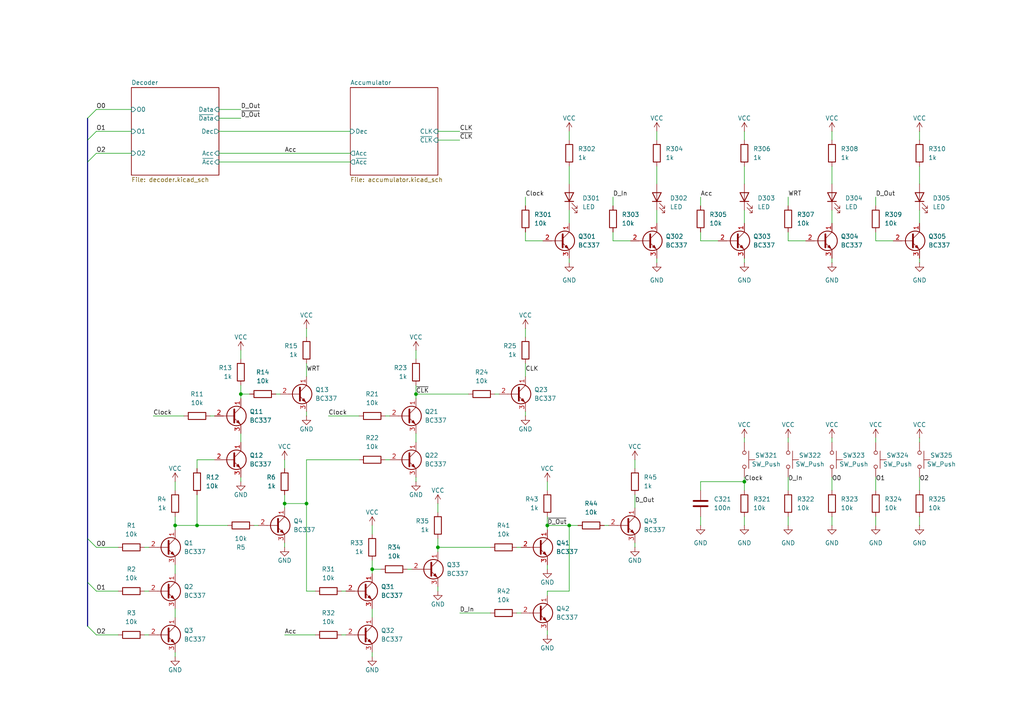
<source format=kicad_sch>
(kicad_sch (version 20250114) (generator "eeschema") (generator_version "9.0")
  (paper "A4")
  (lib_symbols
    (symbol "Device:C" (pin_numbers (hide yes)) (pin_names (offset 0.254))
      (property "Reference" "C" (at 0.635 2.54 0))
      (property "Value" "C" (at 0.635 -2.54 0))
      (symbol "C_0_1"
        (polyline (pts (xy -2.032 0.762) (xy 2.032 0.762)) (stroke (width 0.508)))
        (polyline (pts (xy -2.032 -0.762) (xy 2.032 -0.762)) (stroke (width 0.508)))
      )
      (symbol "C_1_1"
        (pin passive line (at 0 3.81 270) (length 2.794) (name "~") (number "1"))
        (pin passive line (at 0 -3.81 90) (length 2.794) (name "~") (number "2"))
      )
    )
    (symbol "Device:LED" (pin_numbers (hide yes)) (pin_names (offset 1.016) (hide yes))
      (property "Reference" "D" (at 0 2.54 0))
      (property "Value" "LED" (at 0 -2.54 0))
      (symbol "LED_0_1"
        (polyline (pts (xy -3.048 -0.762) (xy -4.572 -2.286) (xy -3.81 -2.286) (xy -4.572 -2.286) (xy -4.572 -1.524)))
        (polyline (pts (xy -1.778 -0.762) (xy -3.302 -2.286) (xy -2.54 -2.286) (xy -3.302 -2.286) (xy -3.302 -1.524)))
        (polyline (pts (xy -1.27 0) (xy 1.27 0)))
        (polyline (pts (xy -1.27 -1.27) (xy -1.27 1.27)) (stroke (width 0.254)))
        (polyline (pts (xy 1.27 -1.27) (xy 1.27 1.27) (xy -1.27 0) (xy 1.27 -1.27)) (stroke (width 0.254)))
      )
      (symbol "LED_1_1"
        (pin passive line (at -3.81 0 0) (length 2.54) (name "K") (number "1"))
        (pin passive line (at 3.81 0 180) (length 2.54) (name "A") (number "2"))
      )
    )
    (symbol "Device:R" (pin_numbers (hide yes)) (pin_names (offset 0))
      (property "Reference" "R" (at 2.032 0 90))
      (property "Value" "R" (at 0 0 90))
      (symbol "R_0_1"
        (rectangle (start -1.016 -2.54) (end 1.016 2.54) (stroke (width 0.254)))
      )
      (symbol "R_1_1"
        (pin passive line (at 0 3.81 270) (length 1.27) (name "~") (number "1"))
        (pin passive line (at 0 -3.81 90) (length 1.27) (name "~") (number "2"))
      )
    )
    (symbol "Switch:SW_Push" (pin_numbers (hide yes)) (pin_names (offset 1.016) (hide yes))
      (property "Reference" "SW" (at 1.27 2.54 0))
      (property "Value" "SW_Push" (at 0 -1.524 0))
      (symbol "SW_Push_0_1"
        (circle (center -2.032 0) (radius 0.508))
        (polyline (pts (xy 0 1.27) (xy 0 3.048)))
        (circle (center 2.032 0) (radius 0.508))
        (polyline (pts (xy 2.54 1.27) (xy -2.54 1.27)))
        (pin passive line (at -5.08 0 0) (length 2.54) (name "1") (number "1"))
        (pin passive line (at 5.08 0 180) (length 2.54) (name "2") (number "2"))
      )
    )
    (symbol "Transistor_BJT:BC337" (pin_names (offset 0) (hide yes))
      (property "Reference" "Q" (at 5.08 1.905 0))
      (property "Value" "BC337" (at 5.08 0 0))
      (symbol "BC337_0_1"
        (polyline (pts (xy -2.54 0) (xy 0.635 0)))
        (polyline (pts (xy 0.635 1.905) (xy 0.635 -1.905)) (stroke (width 0.508)))
        (circle (center 1.27 0) (radius 2.8194) (stroke (width 0.254)))
      )
      (symbol "BC337_1_1"
        (polyline (pts (xy 0.635 0.635) (xy 2.54 2.54)))
        (polyline (pts (xy 0.635 -0.635) (xy 2.54 -2.54)))
        (polyline (pts (xy 1.27 -1.778) (xy 1.778 -1.27) (xy 2.286 -2.286) (xy 1.27 -1.778)) (fill (type outline)))
        (pin input line (at -5.08 0 0) (length 2.54) (name "B") (number "2"))
        (pin passive line (at 2.54 5.08 270) (length 2.54) (name "C") (number "1"))
        (pin passive line (at 2.54 -5.08 90) (length 2.54) (name "E") (number "3"))
      )
    )
    (symbol "power:GND" (power) (pin_numbers (hide yes)) (pin_names (offset 0) (hide yes))
      (property "Value" "GND" (at 0 -3.81 0))
      (symbol "GND_0_1"
        (polyline (pts (xy 0 0) (xy 0 -1.27) (xy 1.27 -1.27) (xy 0 -2.54) (xy -1.27 -1.27) (xy 0 -1.27)))
      )
      (symbol "GND_1_1"
        (pin power_in line (at 0 0 270) (length 0) (name "~") (number "1"))
      )
    )
    (symbol "power:VCC" (power) (pin_numbers (hide yes)) (pin_names (offset 0) (hide yes))
      (property "Value" "VCC" (at 0 3.556 0))
      (symbol "VCC_0_1"
        (polyline (pts (xy -0.762 1.27) (xy 0 2.54)))
        (polyline (pts (xy 0 2.54) (xy 0.762 1.27)))
        (polyline (pts (xy 0 0) (xy 0 2.54)))
      )
      (symbol "VCC_1_1"
        (pin power_in line (at 0 0 90) (length 0) (name "~") (number "1"))
      )
    )
  )
  (junction (at 107.95 165.1))
  (junction (at 158.75 152.4))
  (junction (at 127 158.75))
  (junction (at 82.55 146.05))
  (junction (at 165.1 152.4))
  (junction (at 120.65 114.3))
  (junction (at 57.15 152.4))
  (junction (at 69.85 114.3))
  (junction (at 88.9 146.05))
  (junction (at 50.8 152.4))
  (junction (at 215.9 139.7))
  (bus_entry (at 27.94 158.75) (size -2.54 -2.54))
  (bus_entry (at 27.94 31.75) (size -2.54 2.54))
  (bus_entry (at 27.94 171.45) (size -2.54 -2.54))
  (bus_entry (at 27.94 38.1) (size -2.54 2.54))
  (bus_entry (at 27.94 44.45) (size -2.54 2.54))
  (bus_entry (at 27.94 184.15) (size -2.54 -2.54))
  (wire (pts (xy 118.11 165.1) (xy 119.38 165.1)))
  (wire (pts (xy 215.9 60.96) (xy 215.9 64.77)))
  (wire (pts (xy 215.9 139.7) (xy 215.9 142.24)))
  (wire (pts (xy 241.3 127) (xy 241.3 128.27)))
  (wire (pts (xy 184.15 133.35) (xy 184.15 135.89)))
  (wire (pts (xy 27.94 38.1) (xy 38.1 38.1)))
  (wire (pts (xy 203.2 69.85) (xy 208.28 69.85)))
  (wire (pts (xy 88.9 146.05) (xy 82.55 146.05)))
  (wire (pts (xy 165.1 38.1) (xy 165.1 40.64)))
  (wire (pts (xy 27.94 184.15) (xy 34.29 184.15)))
  (wire (pts (xy 266.7 127) (xy 266.7 128.27)))
  (wire (pts (xy 233.68 69.85) (xy 228.6 69.85)))
  (wire (pts (xy 215.9 149.86) (xy 215.9 152.4)))
  (wire (pts (xy 69.85 111.76) (xy 69.85 114.3)))
  (wire (pts (xy 165.1 152.4) (xy 167.64 152.4)))
  (wire (pts (xy 120.65 125.73) (xy 120.65 128.27)))
  (wire (pts (xy 107.95 176.53) (xy 107.95 179.07)))
  (wire (pts (xy 241.3 38.1) (xy 241.3 40.64)))
  (wire (pts (xy 50.8 152.4) (xy 57.15 152.4)))
  (wire (pts (xy 254 67.31) (xy 254 69.85)))
  (wire (pts (xy 190.5 74.93) (xy 190.5 76.2)))
  (wire (pts (xy 190.5 48.26) (xy 190.5 53.34)))
  (wire (pts (xy 177.8 67.31) (xy 177.8 69.85)))
  (wire (pts (xy 184.15 143.51) (xy 184.15 147.32)))
  (wire (pts (xy 215.9 74.93) (xy 215.9 76.2)))
  (wire (pts (xy 69.85 114.3) (xy 72.39 114.3)))
  (wire (pts (xy 120.65 114.3) (xy 135.89 114.3)))
  (wire (pts (xy 107.95 165.1) (xy 110.49 165.1)))
  (wire (pts (xy 82.55 184.15) (xy 91.44 184.15)))
  (wire (pts (xy 127 158.75) (xy 127 160.02)))
  (wire (pts (xy 120.65 138.43) (xy 120.65 139.7)))
  (wire (pts (xy 57.15 152.4) (xy 66.04 152.4)))
  (bus (pts (xy 25.4 40.64) (xy 25.4 46.99)))
  (wire (pts (xy 241.3 48.26) (xy 241.3 53.34)))
  (wire (pts (xy 203.2 149.86) (xy 203.2 152.4)))
  (wire (pts (xy 41.91 171.45) (xy 43.18 171.45)))
  (wire (pts (xy 99.06 184.15) (xy 100.33 184.15)))
  (wire (pts (xy 60.96 120.65) (xy 62.23 120.65)))
  (wire (pts (xy 69.85 101.6) (xy 69.85 104.14)))
  (wire (pts (xy 88.9 95.25) (xy 88.9 97.79)))
  (wire (pts (xy 88.9 133.35) (xy 88.9 146.05)))
  (wire (pts (xy 127 158.75) (xy 142.24 158.75)))
  (wire (pts (xy 88.9 171.45) (xy 88.9 146.05)))
  (wire (pts (xy 149.86 158.75) (xy 151.13 158.75)))
  (wire (pts (xy 228.6 127) (xy 228.6 128.27)))
  (wire (pts (xy 254 149.86) (xy 254 152.4)))
  (wire (pts (xy 266.7 60.96) (xy 266.7 64.77)))
  (wire (pts (xy 215.9 38.1) (xy 215.9 40.64)))
  (wire (pts (xy 184.15 157.48) (xy 184.15 158.75)))
  (wire (pts (xy 203.2 142.24) (xy 203.2 139.7)))
  (wire (pts (xy 158.75 149.86) (xy 158.75 152.4)))
  (wire (pts (xy 57.15 143.51) (xy 57.15 152.4)))
  (wire (pts (xy 266.7 38.1) (xy 266.7 40.64)))
  (wire (pts (xy 228.6 57.15) (xy 228.6 59.69)))
  (bus (pts (xy 25.4 46.99) (xy 25.4 156.21)))
  (wire (pts (xy 27.94 171.45) (xy 34.29 171.45)))
  (wire (pts (xy 241.3 149.86) (xy 241.3 152.4)))
  (wire (pts (xy 80.01 114.3) (xy 81.28 114.3)))
  (wire (pts (xy 165.1 171.45) (xy 165.1 152.4)))
  (wire (pts (xy 266.7 138.43) (xy 266.7 142.24)))
  (wire (pts (xy 215.9 48.26) (xy 215.9 53.34)))
  (wire (pts (xy 111.76 133.35) (xy 113.03 133.35)))
  (wire (pts (xy 158.75 163.83) (xy 158.75 165.1)))
  (wire (pts (xy 152.4 95.25) (xy 152.4 97.79)))
  (wire (pts (xy 266.7 149.86) (xy 266.7 152.4)))
  (wire (pts (xy 63.5 44.45) (xy 101.6 44.45)))
  (wire (pts (xy 254 127) (xy 254 128.27)))
  (wire (pts (xy 91.44 171.45) (xy 88.9 171.45)))
  (wire (pts (xy 149.86 177.8) (xy 151.13 177.8)))
  (wire (pts (xy 190.5 38.1) (xy 190.5 40.64)))
  (wire (pts (xy 120.65 101.6) (xy 120.65 104.14)))
  (wire (pts (xy 120.65 111.76) (xy 120.65 114.3)))
  (wire (pts (xy 165.1 74.93) (xy 165.1 76.2)))
  (wire (pts (xy 157.48 69.85) (xy 152.4 69.85)))
  (wire (pts (xy 57.15 133.35) (xy 57.15 135.89)))
  (wire (pts (xy 63.5 31.75) (xy 69.85 31.75)))
  (wire (pts (xy 228.6 149.86) (xy 228.6 152.4)))
  (wire (pts (xy 133.35 177.8) (xy 142.24 177.8)))
  (wire (pts (xy 63.5 34.29) (xy 69.85 34.29)))
  (wire (pts (xy 27.94 31.75) (xy 38.1 31.75)))
  (wire (pts (xy 203.2 139.7) (xy 215.9 139.7)))
  (bus (pts (xy 25.4 156.21) (xy 25.4 168.91)))
  (wire (pts (xy 127 170.18) (xy 127 171.45)))
  (wire (pts (xy 120.65 114.3) (xy 120.65 115.57)))
  (wire (pts (xy 158.75 139.7) (xy 158.75 142.24)))
  (wire (pts (xy 215.9 128.27) (xy 215.9 127)))
  (wire (pts (xy 73.66 152.4) (xy 74.93 152.4)))
  (wire (pts (xy 175.26 152.4) (xy 176.53 152.4)))
  (wire (pts (xy 254 69.85) (xy 259.08 69.85)))
  (wire (pts (xy 203.2 67.31) (xy 203.2 69.85)))
  (wire (pts (xy 27.94 44.45) (xy 38.1 44.45)))
  (wire (pts (xy 165.1 60.96) (xy 165.1 64.77)))
  (wire (pts (xy 82.55 157.48) (xy 82.55 158.75)))
  (wire (pts (xy 57.15 133.35) (xy 62.23 133.35)))
  (wire (pts (xy 69.85 125.73) (xy 69.85 128.27)))
  (wire (pts (xy 228.6 138.43) (xy 228.6 142.24)))
  (wire (pts (xy 50.8 152.4) (xy 50.8 153.67)))
  (wire (pts (xy 241.3 74.93) (xy 241.3 76.2)))
  (wire (pts (xy 190.5 60.96) (xy 190.5 64.77)))
  (wire (pts (xy 69.85 114.3) (xy 69.85 115.57)))
  (wire (pts (xy 203.2 57.15) (xy 203.2 59.69)))
  (wire (pts (xy 63.5 38.1) (xy 101.6 38.1)))
  (wire (pts (xy 254 57.15) (xy 254 59.69)))
  (wire (pts (xy 69.85 138.43) (xy 69.85 139.7)))
  (wire (pts (xy 152.4 69.85) (xy 152.4 67.31)))
  (wire (pts (xy 165.1 48.26) (xy 165.1 53.34)))
  (wire (pts (xy 95.25 120.65) (xy 104.14 120.65)))
  (wire (pts (xy 215.9 138.43) (xy 215.9 139.7)))
  (wire (pts (xy 127 38.1) (xy 133.35 38.1)))
  (bus (pts (xy 25.4 168.91) (xy 25.4 181.61)))
  (wire (pts (xy 41.91 158.75) (xy 43.18 158.75)))
  (wire (pts (xy 177.8 69.85) (xy 182.88 69.85)))
  (wire (pts (xy 177.8 57.15) (xy 177.8 59.69)))
  (wire (pts (xy 111.76 120.65) (xy 113.03 120.65)))
  (wire (pts (xy 241.3 60.96) (xy 241.3 64.77)))
  (wire (pts (xy 99.06 171.45) (xy 100.33 171.45)))
  (wire (pts (xy 50.8 176.53) (xy 50.8 179.07)))
  (wire (pts (xy 50.8 139.7) (xy 50.8 142.24)))
  (wire (pts (xy 82.55 146.05) (xy 82.55 147.32)))
  (wire (pts (xy 50.8 149.86) (xy 50.8 152.4)))
  (wire (pts (xy 63.5 46.99) (xy 101.6 46.99)))
  (wire (pts (xy 158.75 172.72) (xy 158.75 171.45)))
  (wire (pts (xy 107.95 189.23) (xy 107.95 190.5)))
  (wire (pts (xy 228.6 69.85) (xy 228.6 67.31)))
  (wire (pts (xy 104.14 133.35) (xy 88.9 133.35)))
  (wire (pts (xy 127 40.64) (xy 133.35 40.64)))
  (wire (pts (xy 82.55 143.51) (xy 82.55 146.05)))
  (wire (pts (xy 266.7 48.26) (xy 266.7 53.34)))
  (wire (pts (xy 158.75 152.4) (xy 158.75 153.67)))
  (wire (pts (xy 82.55 133.35) (xy 82.55 135.89)))
  (wire (pts (xy 254 138.43) (xy 254 142.24)))
  (wire (pts (xy 266.7 74.93) (xy 266.7 76.2)))
  (wire (pts (xy 88.9 105.41) (xy 88.9 109.22)))
  (bus (pts (xy 25.4 34.29) (xy 25.4 40.64)))
  (wire (pts (xy 127 146.05) (xy 127 148.59)))
  (wire (pts (xy 158.75 182.88) (xy 158.75 184.15)))
  (wire (pts (xy 44.45 120.65) (xy 53.34 120.65)))
  (wire (pts (xy 152.4 119.38) (xy 152.4 120.65)))
  (wire (pts (xy 143.51 114.3) (xy 144.78 114.3)))
  (wire (pts (xy 50.8 189.23) (xy 50.8 190.5)))
  (wire (pts (xy 152.4 57.15) (xy 152.4 59.69)))
  (wire (pts (xy 107.95 152.4) (xy 107.95 154.94)))
  (wire (pts (xy 241.3 138.43) (xy 241.3 142.24)))
  (wire (pts (xy 50.8 163.83) (xy 50.8 166.37)))
  (wire (pts (xy 127 156.21) (xy 127 158.75)))
  (wire (pts (xy 107.95 165.1) (xy 107.95 166.37)))
  (wire (pts (xy 41.91 184.15) (xy 43.18 184.15)))
  (wire (pts (xy 158.75 171.45) (xy 165.1 171.45)))
  (wire (pts (xy 27.94 158.75) (xy 34.29 158.75)))
  (wire (pts (xy 88.9 119.38) (xy 88.9 120.65)))
  (wire (pts (xy 107.95 162.56) (xy 107.95 165.1)))
  (wire (pts (xy 158.75 152.4) (xy 165.1 152.4)))
  (wire (pts (xy 152.4 105.41) (xy 152.4 109.22)))
  (label "WRT" (at 88.9 107.95 0))
  (label "~{CLK}" (at 133.35 40.64 0))
  (label "D_In" (at 228.6 139.7 0))
  (label "O0" (at 241.3 139.7 0))
  (label "Clock" (at 215.9 139.7 0))
  (label "O2" (at 266.7 139.7 0))
  (label "D_Out" (at 254 57.15 0))
  (label "Acc" (at 82.55 44.45 0))
  (label "~{D_Out}" (at 158.75 152.4 0))
  (label "D_Out" (at 69.85 31.75 0))
  (label "O0" (at 27.94 31.75 0))
  (label "O1" (at 27.94 171.45 0))
  (label "Acc" (at 82.55 184.15 0))
  (label "Clock" (at 152.4 57.15 0))
  (label "O0" (at 27.94 158.75 0))
  (label "O2" (at 27.94 44.45 0))
  (label "D_In" (at 177.8 57.15 0))
  (label "~{D_Out}" (at 69.85 34.29 0))
  (label "O1" (at 254 139.7 0))
  (label "Clock" (at 95.25 120.65 0))
  (label "Clock" (at 44.45 120.65 0))
  (label "WRT" (at 228.6 57.15 0))
  (label "D_In" (at 133.35 177.8 0))
  (label "~{CLK}" (at 120.65 114.3 0))
  (label "Acc" (at 203.2 57.15 0))
  (label "D_Out" (at 184.15 146.05 0))
  (label "O1" (at 27.94 38.1 0))
  (label "CLK" (at 133.35 38.1 0))
  (label "CLK" (at 152.4 107.95 0))
  (label "O2" (at 27.94 184.15 0))
  (symbol (lib_id "Device:R") (at 82.55 139.7 0) (mirror y) (unit 1)
    (property "Reference" "R6" (at 80.01 138.4299 0) (effects (justify left)))
    (property "Value" "1k" (at 80.01 140.9699 0) (effects (justify left)))
    (property "Footprint" "Resistor_THT:R_Axial_DIN0207_L6.3mm_D2.5mm_P10.16mm_Horizontal" (effects (hide yes)))
    (property "Description" "Resistor" (effects (hide yes)))
  )
  (symbol (lib_id "Transistor_BJT:BC337") (at 124.46 165.1 0) (unit 1)
    (property "Reference" "Q33" (at 129.54 163.8299 0) (effects (justify left)))
    (property "Value" "BC337" (at 129.54 166.3699 0) (effects (justify left)))
    (property "Footprint" "Package_TO_SOT_THT:TO-92_Inline" (effects (hide yes)))
    (property "Datasheet" "https://diotec.com/tl_files/diotec/files/pdf/datasheets/bc337.pdf" (effects (hide yes)))
    (property "Description" "0.8A Ic, 45V Vce, NPN Transistor, TO-92" (effects (hide yes)))
    (property "Sim.Device" "NPN" (effects (hide yes)))
    (property "Sim.Pins" "1=C 2=B 3=E" (effects (hide yes)))
  )
  (symbol (lib_id "Device:R") (at 139.7 114.3 90) (unit 1)
    (property "Reference" "R24" (at 139.7 107.95 90))
    (property "Value" "10k" (at 139.7 110.49 90))
    (property "Footprint" "Resistor_THT:R_Axial_DIN0207_L6.3mm_D2.5mm_P10.16mm_Horizontal" (effects (hide yes)))
    (property "Description" "Resistor" (effects (hide yes)))
  )
  (symbol (lib_id "power:GND") (at 50.8 190.5 0) (unit 1)
    (property "Reference" "#PWR0112" (effects (hide yes)))
    (property "Value" "GND" (at 50.8 194.31 0))
    (property "Description" "Power symbol creates a global label with name \"GND\" , ground" (effects (hide yes)))
  )
  (symbol (lib_id "Device:R") (at 127 152.4 0) (mirror y) (unit 1)
    (property "Reference" "R35" (at 124.46 151.1299 0) (effects (justify left)))
    (property "Value" "1k" (at 124.46 153.6699 0) (effects (justify left)))
    (property "Footprint" "Resistor_THT:R_Axial_DIN0207_L6.3mm_D2.5mm_P10.16mm_Horizontal" (effects (hide yes)))
    (property "Description" "Resistor" (effects (hide yes)))
  )
  (symbol (lib_id "power:VCC") (at 50.8 139.7 0) (unit 1)
    (property "Reference" "#PWR0118" (effects (hide yes)))
    (property "Value" "VCC" (at 50.8 135.89 0))
    (property "Description" "Power symbol creates a global label with name \"VCC\"" (effects (hide yes)))
  )
  (symbol (lib_id "Transistor_BJT:BC337") (at 213.36 69.85 0) (unit 1)
    (property "Reference" "Q303" (at 218.44 68.5799 0) (effects (justify left)))
    (property "Value" "BC337" (at 218.44 71.1199 0) (effects (justify left)))
    (property "Footprint" "Package_TO_SOT_THT:TO-92_Inline" (effects (hide yes)))
    (property "Datasheet" "https://diotec.com/tl_files/diotec/files/pdf/datasheets/bc337.pdf" (effects (hide yes)))
    (property "Description" "0.8A Ic, 45V Vce, NPN Transistor, TO-92" (effects (hide yes)))
    (property "Sim.Device" "NPN" (effects (hide yes)))
    (property "Sim.Pins" "1=C 2=B 3=E" (effects (hide yes)))
  )
  (symbol (lib_id "Device:R") (at 184.15 139.7 0) (unit 1)
    (property "Reference" "R45" (at 186.69 138.4299 0) (effects (justify left)))
    (property "Value" "1k" (at 186.69 140.9699 0) (effects (justify left)))
    (property "Footprint" "Resistor_THT:R_Axial_DIN0207_L6.3mm_D2.5mm_P10.16mm_Horizontal" (effects (hide yes)))
    (property "Description" "Resistor" (effects (hide yes)))
  )
  (symbol (lib_id "Transistor_BJT:BC337") (at 80.01 152.4 0) (unit 1)
    (property "Reference" "Q4" (at 85.09 151.1299 0) (effects (justify left)))
    (property "Value" "BC337" (at 85.09 153.6699 0) (effects (justify left)))
    (property "Footprint" "Package_TO_SOT_THT:TO-92_Inline" (effects (hide yes)))
    (property "Datasheet" "https://diotec.com/tl_files/diotec/files/pdf/datasheets/bc337.pdf" (effects (hide yes)))
    (property "Description" "0.8A Ic, 45V Vce, NPN Transistor, TO-92" (effects (hide yes)))
    (property "Sim.Device" "NPN" (effects (hide yes)))
    (property "Sim.Pins" "1=C 2=B 3=E" (effects (hide yes)))
  )
  (symbol (lib_id "Device:LED") (at 241.3 57.15 90) (unit 1)
    (property "Reference" "D304" (at 245.11 57.4674 90) (effects (justify right)))
    (property "Value" "LED" (at 245.11 60.0074 90) (effects (justify right)))
    (property "Footprint" "LED_THT:LED_D5.0mm" (effects (hide yes)))
    (property "Description" "Light emitting diode" (effects (hide yes)))
    (property "Sim.Pins" "1=K 2=A" (effects (hide yes)))
  )
  (symbol (lib_id "power:GND") (at 241.3 76.2 0) (unit 1)
    (property "Reference" "#PWR048" (effects (hide yes)))
    (property "Value" "GND" (at 241.3 81.28 0))
    (property "Description" "Power symbol creates a global label with name \"GND\" , ground" (effects (hide yes)))
  )
  (symbol (lib_id "power:GND") (at 266.7 152.4 0) (unit 1)
    (property "Reference" "#PWR060" (effects (hide yes)))
    (property "Value" "GND" (at 266.7 157.48 0))
    (property "Description" "Power symbol creates a global label with name \"GND\" , ground" (effects (hide yes)))
  )
  (symbol (lib_id "Device:R") (at 120.65 107.95 0) (mirror y) (unit 1)
    (property "Reference" "R23" (at 118.11 106.6799 0) (effects (justify left)))
    (property "Value" "1k" (at 118.11 109.2199 0) (effects (justify left)))
    (property "Footprint" "Resistor_THT:R_Axial_DIN0207_L6.3mm_D2.5mm_P10.16mm_Horizontal" (effects (hide yes)))
    (property "Description" "Resistor" (effects (hide yes)))
  )
  (symbol (lib_id "Transistor_BJT:BC337") (at 264.16 69.85 0) (unit 1)
    (property "Reference" "Q305" (at 269.24 68.5799 0) (effects (justify left)))
    (property "Value" "BC337" (at 269.24 71.1199 0) (effects (justify left)))
    (property "Footprint" "Package_TO_SOT_THT:TO-92_Inline" (effects (hide yes)))
    (property "Datasheet" "https://diotec.com/tl_files/diotec/files/pdf/datasheets/bc337.pdf" (effects (hide yes)))
    (property "Description" "0.8A Ic, 45V Vce, NPN Transistor, TO-92" (effects (hide yes)))
    (property "Sim.Device" "NPN" (effects (hide yes)))
    (property "Sim.Pins" "1=C 2=B 3=E" (effects (hide yes)))
  )
  (symbol (lib_id "power:GND") (at 254 152.4 0) (unit 1)
    (property "Reference" "#PWR059" (effects (hide yes)))
    (property "Value" "GND" (at 254 157.48 0))
    (property "Description" "Power symbol creates a global label with name \"GND\" , ground" (effects (hide yes)))
  )
  (symbol (lib_id "Device:R") (at 158.75 146.05 0) (mirror y) (unit 1)
    (property "Reference" "R43" (at 156.21 144.7799 0) (effects (justify left)))
    (property "Value" "1k" (at 156.21 147.3199 0) (effects (justify left)))
    (property "Footprint" "Resistor_THT:R_Axial_DIN0207_L6.3mm_D2.5mm_P10.16mm_Horizontal" (effects (hide yes)))
    (property "Description" "Resistor" (effects (hide yes)))
  )
  (symbol (lib_id "Device:R") (at 146.05 177.8 90) (unit 1)
    (property "Reference" "R42" (at 146.05 171.45 90))
    (property "Value" "10k" (at 146.05 173.99 90))
    (property "Footprint" "Resistor_THT:R_Axial_DIN0207_L6.3mm_D2.5mm_P10.16mm_Horizontal" (effects (hide yes)))
    (property "Description" "Resistor" (effects (hide yes)))
  )
  (symbol (lib_id "power:GND") (at 69.85 139.7 0) (unit 1)
    (property "Reference" "#PWR0115" (effects (hide yes)))
    (property "Value" "GND" (at 69.85 143.51 0))
    (property "Description" "Power symbol creates a global label with name \"GND\" , ground" (effects (hide yes)))
  )
  (symbol (lib_id "Transistor_BJT:BC337") (at 48.26 184.15 0) (unit 1)
    (property "Reference" "Q3" (at 53.34 182.8799 0) (effects (justify left)))
    (property "Value" "BC337" (at 53.34 185.4199 0) (effects (justify left)))
    (property "Footprint" "Package_TO_SOT_THT:TO-92_Inline" (effects (hide yes)))
    (property "Datasheet" "https://diotec.com/tl_files/diotec/files/pdf/datasheets/bc337.pdf" (effects (hide yes)))
    (property "Description" "0.8A Ic, 45V Vce, NPN Transistor, TO-92" (effects (hide yes)))
    (property "Sim.Device" "NPN" (effects (hide yes)))
    (property "Sim.Pins" "1=C 2=B 3=E" (effects (hide yes)))
  )
  (symbol (lib_id "Device:R") (at 107.95 120.65 90) (unit 1)
    (property "Reference" "R21" (at 107.95 114.3 90))
    (property "Value" "10k" (at 107.95 116.84 90))
    (property "Footprint" "Resistor_THT:R_Axial_DIN0207_L6.3mm_D2.5mm_P10.16mm_Horizontal" (effects (hide yes)))
    (property "Description" "Resistor" (effects (hide yes)))
  )
  (symbol (lib_id "Device:C") (at 203.2 146.05 0) (unit 1)
    (property "Reference" "C321" (at 207.01 144.7799 0) (effects (justify left)))
    (property "Value" "100n" (at 207.01 147.3199 0) (effects (justify left)))
    (property "Footprint" "Capacitor_THT:C_Disc_D5.0mm_W2.5mm_P5.00mm" (effects (hide yes)))
    (property "Description" "Unpolarized capacitor" (effects (hide yes)))
  )
  (symbol (lib_id "power:VCC") (at 190.5 38.1 0) (unit 1)
    (property "Reference" "#PWR043" (effects (hide yes)))
    (property "Value" "VCC" (at 190.5 34.29 0))
    (property "Description" "Power symbol creates a global label with name \"VCC\"" (effects (hide yes)))
  )
  (symbol (lib_id "Device:R") (at 57.15 120.65 90) (unit 1)
    (property "Reference" "R11" (at 57.15 114.3 90))
    (property "Value" "10k" (at 57.15 116.84 90))
    (property "Footprint" "Resistor_THT:R_Axial_DIN0207_L6.3mm_D2.5mm_P10.16mm_Horizontal" (effects (hide yes)))
    (property "Description" "Resistor" (effects (hide yes)))
  )
  (symbol (lib_id "Device:R") (at 152.4 101.6 0) (mirror y) (unit 1)
    (property "Reference" "R25" (at 149.86 100.3299 0) (effects (justify left)))
    (property "Value" "1k" (at 149.86 102.8699 0) (effects (justify left)))
    (property "Footprint" "Resistor_THT:R_Axial_DIN0207_L6.3mm_D2.5mm_P10.16mm_Horizontal" (effects (hide yes)))
    (property "Description" "Resistor" (effects (hide yes)))
  )
  (symbol (lib_id "Transistor_BJT:BC337") (at 105.41 184.15 0) (unit 1)
    (property "Reference" "Q32" (at 110.49 182.8799 0) (effects (justify left)))
    (property "Value" "BC337" (at 110.49 185.4199 0) (effects (justify left)))
    (property "Footprint" "Package_TO_SOT_THT:TO-92_Inline" (effects (hide yes)))
    (property "Datasheet" "https://diotec.com/tl_files/diotec/files/pdf/datasheets/bc337.pdf" (effects (hide yes)))
    (property "Description" "0.8A Ic, 45V Vce, NPN Transistor, TO-92" (effects (hide yes)))
    (property "Sim.Device" "NPN" (effects (hide yes)))
    (property "Sim.Pins" "1=C 2=B 3=E" (effects (hide yes)))
  )
  (symbol (lib_id "Switch:SW_Push") (at 215.9 133.35 270) (unit 1)
    (property "Reference" "SW321" (at 222.25 132.08 90))
    (property "Value" "SW_Push" (at 222.25 134.62 90))
    (property "Footprint" "Button_Switch_THT:SW_PUSH_6mm" (effects (hide yes)))
    (property "Description" "Push button switch, generic, two pins" (effects (hide yes)))
  )
  (symbol (lib_id "power:VCC") (at 152.4 95.25 0) (unit 1)
    (property "Reference" "#PWR0311" (effects (hide yes)))
    (property "Value" "VCC" (at 152.4 91.44 0))
    (property "Description" "Power symbol creates a global label with name \"VCC\"" (effects (hide yes)))
  )
  (symbol (lib_id "Device:R") (at 38.1 158.75 90) (unit 1)
    (property "Reference" "R1" (at 38.1 152.4 90))
    (property "Value" "10k" (at 38.1 154.94 90))
    (property "Footprint" "Resistor_THT:R_Axial_DIN0207_L6.3mm_D2.5mm_P10.16mm_Horizontal" (effects (hide yes)))
    (property "Description" "Resistor" (effects (hide yes)))
  )
  (symbol (lib_id "Switch:SW_Push") (at 241.3 133.35 270) (unit 1)
    (property "Reference" "SW323" (at 247.65 132.08 90))
    (property "Value" "SW_Push" (at 247.65 134.62 90))
    (property "Footprint" "Button_Switch_THT:SW_PUSH_6mm" (effects (hide yes)))
    (property "Description" "Push button switch, generic, two pins" (effects (hide yes)))
  )
  (symbol (lib_id "power:GND") (at 215.9 152.4 0) (unit 1)
    (property "Reference" "#PWR053" (effects (hide yes)))
    (property "Value" "GND" (at 215.9 157.48 0))
    (property "Description" "Power symbol creates a global label with name \"GND\" , ground" (effects (hide yes)))
  )
  (symbol (lib_id "Device:R") (at 215.9 146.05 0) (unit 1)
    (property "Reference" "R321" (at 218.44 144.7799 0) (effects (justify left)))
    (property "Value" "10k" (at 218.44 147.3199 0) (effects (justify left)))
    (property "Footprint" "Resistor_THT:R_Axial_DIN0207_L6.3mm_D2.5mm_P10.16mm_Horizontal" (effects (hide yes)))
    (property "Description" "Resistor" (effects (hide yes)))
  )
  (symbol (lib_id "Device:R") (at 76.2 114.3 90) (unit 1)
    (property "Reference" "R14" (at 76.2 107.95 90))
    (property "Value" "10k" (at 76.2 110.49 90))
    (property "Footprint" "Resistor_THT:R_Axial_DIN0207_L6.3mm_D2.5mm_P10.16mm_Horizontal" (effects (hide yes)))
    (property "Description" "Resistor" (effects (hide yes)))
  )
  (symbol (lib_id "Device:R") (at 107.95 158.75 0) (mirror y) (unit 1)
    (property "Reference" "R33" (at 105.41 157.4799 0) (effects (justify left)))
    (property "Value" "1k" (at 105.41 160.0199 0) (effects (justify left)))
    (property "Footprint" "Resistor_THT:R_Axial_DIN0207_L6.3mm_D2.5mm_P10.16mm_Horizontal" (effects (hide yes)))
    (property "Description" "Resistor" (effects (hide yes)))
  )
  (symbol (lib_id "power:GND") (at 165.1 76.2 0) (unit 1)
    (property "Reference" "#PWR041" (effects (hide yes)))
    (property "Value" "GND" (at 165.1 81.28 0))
    (property "Description" "Power symbol creates a global label with name \"GND\" , ground" (effects (hide yes)))
  )
  (symbol (lib_id "power:VCC") (at 241.3 127 0) (unit 1)
    (property "Reference" "#PWR054" (effects (hide yes)))
    (property "Value" "VCC" (at 241.3 123.19 0))
    (property "Description" "Power symbol creates a global label with name \"VCC\"" (effects (hide yes)))
  )
  (symbol (lib_id "Device:R") (at 241.3 44.45 0) (unit 1)
    (property "Reference" "R308" (at 243.84 43.1799 0) (effects (justify left)))
    (property "Value" "1k" (at 243.84 45.7199 0) (effects (justify left)))
    (property "Footprint" "Resistor_THT:R_Axial_DIN0207_L6.3mm_D2.5mm_P10.16mm_Horizontal" (effects (hide yes)))
    (property "Description" "Resistor" (effects (hide yes)))
  )
  (symbol (lib_id "power:VCC") (at 158.75 139.7 0) (unit 1)
    (property "Reference" "#PWR0107" (effects (hide yes)))
    (property "Value" "VCC" (at 158.75 135.89 0))
    (property "Description" "Power symbol creates a global label with name \"VCC\"" (effects (hide yes)))
  )
  (symbol (lib_id "Transistor_BJT:BC337") (at 48.26 158.75 0) (unit 1)
    (property "Reference" "Q1" (at 53.34 157.4799 0) (effects (justify left)))
    (property "Value" "BC337" (at 53.34 160.0199 0) (effects (justify left)))
    (property "Footprint" "Package_TO_SOT_THT:TO-92_Inline" (effects (hide yes)))
    (property "Datasheet" "https://diotec.com/tl_files/diotec/files/pdf/datasheets/bc337.pdf" (effects (hide yes)))
    (property "Description" "0.8A Ic, 45V Vce, NPN Transistor, TO-92" (effects (hide yes)))
    (property "Sim.Device" "NPN" (effects (hide yes)))
    (property "Sim.Pins" "1=C 2=B 3=E" (effects (hide yes)))
  )
  (symbol (lib_id "Device:R") (at 95.25 184.15 90) (unit 1)
    (property "Reference" "R32" (at 95.25 177.8 90))
    (property "Value" "10k" (at 95.25 180.34 90))
    (property "Footprint" "Resistor_THT:R_Axial_DIN0207_L6.3mm_D2.5mm_P10.16mm_Horizontal" (effects (hide yes)))
    (property "Description" "Resistor" (effects (hide yes)))
  )
  (symbol (lib_id "power:GND") (at 158.75 184.15 0) (unit 1)
    (property "Reference" "#PWR0103" (effects (hide yes)))
    (property "Value" "GND" (at 158.75 187.96 0))
    (property "Description" "Power symbol creates a global label with name \"GND\" , ground" (effects (hide yes)))
  )
  (symbol (lib_id "power:VCC") (at 228.6 127 0) (unit 1)
    (property "Reference" "#PWR052" (effects (hide yes)))
    (property "Value" "VCC" (at 228.6 123.19 0))
    (property "Description" "Power symbol creates a global label with name \"VCC\"" (effects (hide yes)))
  )
  (symbol (lib_id "Device:R") (at 50.8 146.05 0) (mirror y) (unit 1)
    (property "Reference" "R4" (at 48.26 144.7799 0) (effects (justify left)))
    (property "Value" "1k" (at 48.26 147.3199 0) (effects (justify left)))
    (property "Footprint" "Resistor_THT:R_Axial_DIN0207_L6.3mm_D2.5mm_P10.16mm_Horizontal" (effects (hide yes)))
    (property "Description" "Resistor" (effects (hide yes)))
  )
  (symbol (lib_id "Device:R") (at 228.6 63.5 0) (unit 1)
    (property "Reference" "R307" (at 231.14 62.2299 0) (effects (justify left)))
    (property "Value" "10k" (at 231.14 64.7699 0) (effects (justify left)))
    (property "Footprint" "Resistor_THT:R_Axial_DIN0207_L6.3mm_D2.5mm_P10.16mm_Horizontal" (effects (hide yes)))
    (property "Description" "Resistor" (effects (hide yes)))
  )
  (symbol (lib_id "Device:R") (at 38.1 184.15 90) (unit 1)
    (property "Reference" "R3" (at 38.1 177.8 90))
    (property "Value" "10k" (at 38.1 180.34 90))
    (property "Footprint" "Resistor_THT:R_Axial_DIN0207_L6.3mm_D2.5mm_P10.16mm_Horizontal" (effects (hide yes)))
    (property "Description" "Resistor" (effects (hide yes)))
  )
  (symbol (lib_id "Device:R") (at 38.1 171.45 90) (unit 1)
    (property "Reference" "R2" (at 38.1 165.1 90))
    (property "Value" "10k" (at 38.1 167.64 90))
    (property "Footprint" "Resistor_THT:R_Axial_DIN0207_L6.3mm_D2.5mm_P10.16mm_Horizontal" (effects (hide yes)))
    (property "Description" "Resistor" (effects (hide yes)))
  )
  (symbol (lib_id "Transistor_BJT:BC337") (at 67.31 120.65 0) (unit 1)
    (property "Reference" "Q11" (at 72.39 119.3799 0) (effects (justify left)))
    (property "Value" "BC337" (at 72.39 121.9199 0) (effects (justify left)))
    (property "Footprint" "Package_TO_SOT_THT:TO-92_Inline" (effects (hide yes)))
    (property "Datasheet" "https://diotec.com/tl_files/diotec/files/pdf/datasheets/bc337.pdf" (effects (hide yes)))
    (property "Description" "0.8A Ic, 45V Vce, NPN Transistor, TO-92" (effects (hide yes)))
    (property "Sim.Device" "NPN" (effects (hide yes)))
    (property "Sim.Pins" "1=C 2=B 3=E" (effects (hide yes)))
  )
  (symbol (lib_id "Device:R") (at 146.05 158.75 90) (unit 1)
    (property "Reference" "R41" (at 146.05 152.4 90))
    (property "Value" "10k" (at 146.05 154.94 90))
    (property "Footprint" "Resistor_THT:R_Axial_DIN0207_L6.3mm_D2.5mm_P10.16mm_Horizontal" (effects (hide yes)))
    (property "Description" "Resistor" (effects (hide yes)))
  )
  (symbol (lib_id "Device:LED") (at 165.1 57.15 90) (unit 1)
    (property "Reference" "D301" (at 168.91 57.4674 90) (effects (justify right)))
    (property "Value" "LED" (at 168.91 60.0074 90) (effects (justify right)))
    (property "Footprint" "LED_THT:LED_D5.0mm" (effects (hide yes)))
    (property "Description" "Light emitting diode" (effects (hide yes)))
    (property "Sim.Pins" "1=K 2=A" (effects (hide yes)))
  )
  (symbol (lib_id "Device:R") (at 241.3 146.05 0) (unit 1)
    (property "Reference" "R323" (at 243.84 144.7799 0) (effects (justify left)))
    (property "Value" "10k" (at 243.84 147.3199 0) (effects (justify left)))
    (property "Footprint" "Resistor_THT:R_Axial_DIN0207_L6.3mm_D2.5mm_P10.16mm_Horizontal" (effects (hide yes)))
    (property "Description" "Resistor" (effects (hide yes)))
  )
  (symbol (lib_id "power:GND") (at 228.6 152.4 0) (unit 1)
    (property "Reference" "#PWR055" (effects (hide yes)))
    (property "Value" "GND" (at 228.6 157.48 0))
    (property "Description" "Power symbol creates a global label with name \"GND\" , ground" (effects (hide yes)))
  )
  (symbol (lib_id "power:VCC") (at 107.95 152.4 0) (unit 1)
    (property "Reference" "#PWR0120" (effects (hide yes)))
    (property "Value" "VCC" (at 107.95 148.59 0))
    (property "Description" "Power symbol creates a global label with name \"VCC\"" (effects (hide yes)))
  )
  (symbol (lib_id "power:VCC") (at 215.9 127 0) (unit 1)
    (property "Reference" "#PWR0109" (effects (hide yes)))
    (property "Value" "VCC" (at 215.9 123.19 0))
    (property "Description" "Power symbol creates a global label with name \"VCC\"" (effects (hide yes)))
  )
  (symbol (lib_id "Device:LED") (at 266.7 57.15 90) (unit 1)
    (property "Reference" "D305" (at 270.51 57.4674 90) (effects (justify right)))
    (property "Value" "LED" (at 270.51 60.0074 90) (effects (justify right)))
    (property "Footprint" "LED_THT:LED_D5.0mm" (effects (hide yes)))
    (property "Description" "Light emitting diode" (effects (hide yes)))
    (property "Sim.Pins" "1=K 2=A" (effects (hide yes)))
  )
  (symbol (lib_id "power:GND") (at 203.2 152.4 0) (unit 1)
    (property "Reference" "#PWR051" (effects (hide yes)))
    (property "Value" "GND" (at 203.2 157.48 0))
    (property "Description" "Power symbol creates a global label with name \"GND\" , ground" (effects (hide yes)))
  )
  (symbol (lib_id "Transistor_BJT:BC337") (at 118.11 133.35 0) (unit 1)
    (property "Reference" "Q22" (at 123.19 132.0799 0) (effects (justify left)))
    (property "Value" "BC337" (at 123.19 134.6199 0) (effects (justify left)))
    (property "Footprint" "Package_TO_SOT_THT:TO-92_Inline" (effects (hide yes)))
    (property "Datasheet" "https://diotec.com/tl_files/diotec/files/pdf/datasheets/bc337.pdf" (effects (hide yes)))
    (property "Description" "0.8A Ic, 45V Vce, NPN Transistor, TO-92" (effects (hide yes)))
    (property "Sim.Device" "NPN" (effects (hide yes)))
    (property "Sim.Pins" "1=C 2=B 3=E" (effects (hide yes)))
  )
  (symbol (lib_id "power:GND") (at 190.5 76.2 0) (unit 1)
    (property "Reference" "#PWR044" (effects (hide yes)))
    (property "Value" "GND" (at 190.5 81.28 0))
    (property "Description" "Power symbol creates a global label with name \"GND\" , ground" (effects (hide yes)))
  )
  (symbol (lib_id "Device:R") (at 266.7 146.05 0) (unit 1)
    (property "Reference" "R325" (at 269.24 144.7799 0) (effects (justify left)))
    (property "Value" "10k" (at 269.24 147.3199 0) (effects (justify left)))
    (property "Footprint" "Resistor_THT:R_Axial_DIN0207_L6.3mm_D2.5mm_P10.16mm_Horizontal" (effects (hide yes)))
    (property "Description" "Resistor" (effects (hide yes)))
  )
  (symbol (lib_id "power:VCC") (at 69.85 101.6 0) (unit 1)
    (property "Reference" "#PWR0113" (effects (hide yes)))
    (property "Value" "VCC" (at 69.85 97.79 0))
    (property "Description" "Power symbol creates a global label with name \"VCC\"" (effects (hide yes)))
  )
  (symbol (lib_id "Device:R") (at 215.9 44.45 0) (unit 1)
    (property "Reference" "R306" (at 218.44 43.1799 0) (effects (justify left)))
    (property "Value" "1k" (at 218.44 45.7199 0) (effects (justify left)))
    (property "Footprint" "Resistor_THT:R_Axial_DIN0207_L6.3mm_D2.5mm_P10.16mm_Horizontal" (effects (hide yes)))
    (property "Description" "Resistor" (effects (hide yes)))
  )
  (symbol (lib_id "power:GND") (at 184.15 158.75 0) (unit 1)
    (property "Reference" "#PWR0108" (effects (hide yes)))
    (property "Value" "GND" (at 184.15 162.56 0))
    (property "Description" "Power symbol creates a global label with name \"GND\" , ground" (effects (hide yes)))
  )
  (symbol (lib_id "Transistor_BJT:BC337") (at 48.26 171.45 0) (unit 1)
    (property "Reference" "Q2" (at 53.34 170.1799 0) (effects (justify left)))
    (property "Value" "BC337" (at 53.34 172.7199 0) (effects (justify left)))
    (property "Footprint" "Package_TO_SOT_THT:TO-92_Inline" (effects (hide yes)))
    (property "Datasheet" "https://diotec.com/tl_files/diotec/files/pdf/datasheets/bc337.pdf" (effects (hide yes)))
    (property "Description" "0.8A Ic, 45V Vce, NPN Transistor, TO-92" (effects (hide yes)))
    (property "Sim.Device" "NPN" (effects (hide yes)))
    (property "Sim.Pins" "1=C 2=B 3=E" (effects (hide yes)))
  )
  (symbol (lib_id "Device:R") (at 69.85 152.4 90) (mirror x) (unit 1)
    (property "Reference" "R5" (at 69.85 158.75 90))
    (property "Value" "10k" (at 69.85 156.21 90))
    (property "Footprint" "Resistor_THT:R_Axial_DIN0207_L6.3mm_D2.5mm_P10.16mm_Horizontal" (effects (hide yes)))
    (property "Description" "Resistor" (effects (hide yes)))
  )
  (symbol (lib_id "Switch:SW_Push") (at 266.7 133.35 270) (unit 1)
    (property "Reference" "SW325" (at 273.05 132.08 90))
    (property "Value" "SW_Push" (at 273.05 134.62 90))
    (property "Footprint" "Button_Switch_THT:SW_PUSH_6mm" (effects (hide yes)))
    (property "Description" "Push button switch, generic, two pins" (effects (hide yes)))
  )
  (symbol (lib_id "Device:LED") (at 215.9 57.15 90) (unit 1)
    (property "Reference" "D303" (at 219.71 57.4674 90) (effects (justify right)))
    (property "Value" "LED" (at 219.71 60.0074 90) (effects (justify right)))
    (property "Footprint" "LED_THT:LED_D5.0mm" (effects (hide yes)))
    (property "Description" "Light emitting diode" (effects (hide yes)))
    (property "Sim.Pins" "1=K 2=A" (effects (hide yes)))
  )
  (symbol (lib_id "Transistor_BJT:BC337") (at 156.21 177.8 0) (unit 1)
    (property "Reference" "Q42" (at 161.29 176.5299 0) (effects (justify left)))
    (property "Value" "BC337" (at 161.29 179.0699 0) (effects (justify left)))
    (property "Footprint" "Package_TO_SOT_THT:TO-92_Inline" (effects (hide yes)))
    (property "Datasheet" "https://diotec.com/tl_files/diotec/files/pdf/datasheets/bc337.pdf" (effects (hide yes)))
    (property "Description" "0.8A Ic, 45V Vce, NPN Transistor, TO-92" (effects (hide yes)))
    (property "Sim.Device" "NPN" (effects (hide yes)))
    (property "Sim.Pins" "1=C 2=B 3=E" (effects (hide yes)))
  )
  (symbol (lib_id "Transistor_BJT:BC337") (at 187.96 69.85 0) (unit 1)
    (property "Reference" "Q302" (at 193.04 68.5799 0) (effects (justify left)))
    (property "Value" "BC337" (at 193.04 71.1199 0) (effects (justify left)))
    (property "Footprint" "Package_TO_SOT_THT:TO-92_Inline" (effects (hide yes)))
    (property "Datasheet" "https://diotec.com/tl_files/diotec/files/pdf/datasheets/bc337.pdf" (effects (hide yes)))
    (property "Description" "0.8A Ic, 45V Vce, NPN Transistor, TO-92" (effects (hide yes)))
    (property "Sim.Device" "NPN" (effects (hide yes)))
    (property "Sim.Pins" "1=C 2=B 3=E" (effects (hide yes)))
  )
  (symbol (lib_id "power:VCC") (at 165.1 38.1 0) (unit 1)
    (property "Reference" "#PWR042" (effects (hide yes)))
    (property "Value" "VCC" (at 165.1 34.29 0))
    (property "Description" "Power symbol creates a global label with name \"VCC\"" (effects (hide yes)))
  )
  (symbol (lib_id "Device:R") (at 152.4 63.5 0) (unit 1)
    (property "Reference" "R301" (at 154.94 62.2299 0) (effects (justify left)))
    (property "Value" "10k" (at 154.94 64.7699 0) (effects (justify left)))
    (property "Footprint" "Resistor_THT:R_Axial_DIN0207_L6.3mm_D2.5mm_P10.16mm_Horizontal" (effects (hide yes)))
    (property "Description" "Resistor" (effects (hide yes)))
  )
  (symbol (lib_id "Device:R") (at 69.85 107.95 0) (mirror y) (unit 1)
    (property "Reference" "R13" (at 67.31 106.6799 0) (effects (justify left)))
    (property "Value" "1k" (at 67.31 109.2199 0) (effects (justify left)))
    (property "Footprint" "Resistor_THT:R_Axial_DIN0207_L6.3mm_D2.5mm_P10.16mm_Horizontal" (effects (hide yes)))
    (property "Description" "Resistor" (effects (hide yes)))
  )
  (symbol (lib_id "Transistor_BJT:BC337") (at 156.21 158.75 0) (unit 1)
    (property "Reference" "Q41" (at 161.29 157.4799 0) (effects (justify left)))
    (property "Value" "BC337" (at 161.29 160.0199 0) (effects (justify left)))
    (property "Footprint" "Package_TO_SOT_THT:TO-92_Inline" (effects (hide yes)))
    (property "Datasheet" "https://diotec.com/tl_files/diotec/files/pdf/datasheets/bc337.pdf" (effects (hide yes)))
    (property "Description" "0.8A Ic, 45V Vce, NPN Transistor, TO-92" (effects (hide yes)))
    (property "Sim.Device" "NPN" (effects (hide yes)))
    (property "Sim.Pins" "1=C 2=B 3=E" (effects (hide yes)))
  )
  (symbol (lib_id "power:GND") (at 107.95 190.5 0) (unit 1)
    (property "Reference" "#PWR0119" (effects (hide yes)))
    (property "Value" "GND" (at 107.95 194.31 0))
    (property "Description" "Power symbol creates a global label with name \"GND\" , ground" (effects (hide yes)))
  )
  (symbol (lib_id "power:VCC") (at 127 146.05 0) (unit 1)
    (property "Reference" "#PWR0101" (effects (hide yes)))
    (property "Value" "VCC" (at 127 142.24 0))
    (property "Description" "Power symbol creates a global label with name \"VCC\"" (effects (hide yes)))
  )
  (symbol (lib_id "Device:LED") (at 190.5 57.15 90) (unit 1)
    (property "Reference" "D302" (at 194.31 57.4674 90) (effects (justify right)))
    (property "Value" "LED" (at 194.31 60.0074 90) (effects (justify right)))
    (property "Footprint" "LED_THT:LED_D5.0mm" (effects (hide yes)))
    (property "Description" "Light emitting diode" (effects (hide yes)))
    (property "Sim.Pins" "1=K 2=A" (effects (hide yes)))
  )
  (symbol (lib_id "power:VCC") (at 82.55 133.35 0) (unit 1)
    (property "Reference" "#PWR0117" (effects (hide yes)))
    (property "Value" "VCC" (at 82.55 129.54 0))
    (property "Description" "Power symbol creates a global label with name \"VCC\"" (effects (hide yes)))
  )
  (symbol (lib_id "Device:R") (at 57.15 139.7 0) (unit 1)
    (property "Reference" "R12" (at 59.69 138.4299 0) (effects (justify left)))
    (property "Value" "10k" (at 59.69 140.9699 0) (effects (justify left)))
    (property "Footprint" "Resistor_THT:R_Axial_DIN0207_L6.3mm_D2.5mm_P10.16mm_Horizontal" (effects (hide yes)))
    (property "Description" "Resistor" (effects (hide yes)))
  )
  (symbol (lib_id "Device:R") (at 177.8 63.5 0) (unit 1)
    (property "Reference" "R303" (at 180.34 62.2299 0) (effects (justify left)))
    (property "Value" "10k" (at 180.34 64.7699 0) (effects (justify left)))
    (property "Footprint" "Resistor_THT:R_Axial_DIN0207_L6.3mm_D2.5mm_P10.16mm_Horizontal" (effects (hide yes)))
    (property "Description" "Resistor" (effects (hide yes)))
  )
  (symbol (lib_id "Device:R") (at 266.7 44.45 0) (unit 1)
    (property "Reference" "R310" (at 269.24 43.1799 0) (effects (justify left)))
    (property "Value" "1k" (at 269.24 45.7199 0) (effects (justify left)))
    (property "Footprint" "Resistor_THT:R_Axial_DIN0207_L6.3mm_D2.5mm_P10.16mm_Horizontal" (effects (hide yes)))
    (property "Description" "Resistor" (effects (hide yes)))
  )
  (symbol (lib_id "power:GND") (at 152.4 120.65 0) (unit 1)
    (property "Reference" "#PWR0110" (effects (hide yes)))
    (property "Value" "GND" (at 152.4 124.46 0))
    (property "Description" "Power symbol creates a global label with name \"GND\" , ground" (effects (hide yes)))
  )
  (symbol (lib_id "power:VCC") (at 266.7 38.1 0) (unit 1)
    (property "Reference" "#PWR049" (effects (hide yes)))
    (property "Value" "VCC" (at 266.7 34.29 0))
    (property "Description" "Power symbol creates a global label with name \"VCC\"" (effects (hide yes)))
  )
  (symbol (lib_id "Device:R") (at 165.1 44.45 0) (unit 1)
    (property "Reference" "R302" (at 167.64 43.1799 0) (effects (justify left)))
    (property "Value" "1k" (at 167.64 45.7199 0) (effects (justify left)))
    (property "Footprint" "Resistor_THT:R_Axial_DIN0207_L6.3mm_D2.5mm_P10.16mm_Horizontal" (effects (hide yes)))
    (property "Description" "Resistor" (effects (hide yes)))
  )
  (symbol (lib_id "power:VCC") (at 184.15 133.35 0) (unit 1)
    (property "Reference" "#PWR0106" (effects (hide yes)))
    (property "Value" "VCC" (at 184.15 129.54 0))
    (property "Description" "Power symbol creates a global label with name \"VCC\"" (effects (hide yes)))
  )
  (symbol (lib_id "power:GND") (at 241.3 152.4 0) (unit 1)
    (property "Reference" "#PWR057" (effects (hide yes)))
    (property "Value" "GND" (at 241.3 157.48 0))
    (property "Description" "Power symbol creates a global label with name \"GND\" , ground" (effects (hide yes)))
  )
  (symbol (lib_id "power:GND") (at 82.55 158.75 0) (unit 1)
    (property "Reference" "#PWR0121" (effects (hide yes)))
    (property "Value" "GND" (at 82.55 162.56 0))
    (property "Description" "Power symbol creates a global label with name \"GND\" , ground" (effects (hide yes)))
  )
  (symbol (lib_id "Device:R") (at 254 146.05 0) (unit 1)
    (property "Reference" "R324" (at 256.54 144.7799 0) (effects (justify left)))
    (property "Value" "10k" (at 256.54 147.3199 0) (effects (justify left)))
    (property "Footprint" "Resistor_THT:R_Axial_DIN0207_L6.3mm_D2.5mm_P10.16mm_Horizontal" (effects (hide yes)))
    (property "Description" "Resistor" (effects (hide yes)))
  )
  (symbol (lib_id "Transistor_BJT:BC337") (at 67.31 133.35 0) (unit 1)
    (property "Reference" "Q12" (at 72.39 132.0799 0) (effects (justify left)))
    (property "Value" "BC337" (at 72.39 134.6199 0) (effects (justify left)))
    (property "Footprint" "Package_TO_SOT_THT:TO-92_Inline" (effects (hide yes)))
    (property "Datasheet" "https://diotec.com/tl_files/diotec/files/pdf/datasheets/bc337.pdf" (effects (hide yes)))
    (property "Description" "0.8A Ic, 45V Vce, NPN Transistor, TO-92" (effects (hide yes)))
    (property "Sim.Device" "NPN" (effects (hide yes)))
    (property "Sim.Pins" "1=C 2=B 3=E" (effects (hide yes)))
  )
  (symbol (lib_id "Device:R") (at 203.2 63.5 0) (unit 1)
    (property "Reference" "R305" (at 205.74 62.2299 0) (effects (justify left)))
    (property "Value" "10k" (at 205.74 64.7699 0) (effects (justify left)))
    (property "Footprint" "Resistor_THT:R_Axial_DIN0207_L6.3mm_D2.5mm_P10.16mm_Horizontal" (effects (hide yes)))
    (property "Description" "Resistor" (effects (hide yes)))
  )
  (symbol (lib_id "power:GND") (at 127 171.45 0) (unit 1)
    (property "Reference" "#PWR0105" (effects (hide yes)))
    (property "Value" "GND" (at 127 175.26 0))
    (property "Description" "Power symbol creates a global label with name \"GND\" , ground" (effects (hide yes)))
  )
  (symbol (lib_id "power:GND") (at 88.9 120.65 0) (unit 1)
    (property "Reference" "#PWR0116" (effects (hide yes)))
    (property "Value" "GND" (at 88.9 124.46 0))
    (property "Description" "Power symbol creates a global label with name \"GND\" , ground" (effects (hide yes)))
  )
  (symbol (lib_id "Transistor_BJT:BC337") (at 149.86 114.3 0) (unit 1)
    (property "Reference" "Q23" (at 154.94 113.0299 0) (effects (justify left)))
    (property "Value" "BC337" (at 154.94 115.5699 0) (effects (justify left)))
    (property "Footprint" "Package_TO_SOT_THT:TO-92_Inline" (effects (hide yes)))
    (property "Datasheet" "https://diotec.com/tl_files/diotec/files/pdf/datasheets/bc337.pdf" (effects (hide yes)))
    (property "Description" "0.8A Ic, 45V Vce, NPN Transistor, TO-92" (effects (hide yes)))
    (property "Sim.Device" "NPN" (effects (hide yes)))
    (property "Sim.Pins" "1=C 2=B 3=E" (effects (hide yes)))
  )
  (symbol (lib_id "Device:R") (at 228.6 146.05 0) (unit 1)
    (property "Reference" "R322" (at 231.14 144.7799 0) (effects (justify left)))
    (property "Value" "10k" (at 231.14 147.3199 0) (effects (justify left)))
    (property "Footprint" "Resistor_THT:R_Axial_DIN0207_L6.3mm_D2.5mm_P10.16mm_Horizontal" (effects (hide yes)))
    (property "Description" "Resistor" (effects (hide yes)))
  )
  (symbol (lib_id "Device:R") (at 190.5 44.45 0) (unit 1)
    (property "Reference" "R304" (at 193.04 43.1799 0) (effects (justify left)))
    (property "Value" "1k" (at 193.04 45.7199 0) (effects (justify left)))
    (property "Footprint" "Resistor_THT:R_Axial_DIN0207_L6.3mm_D2.5mm_P10.16mm_Horizontal" (effects (hide yes)))
    (property "Description" "Resistor" (effects (hide yes)))
  )
  (symbol (lib_id "Switch:SW_Push") (at 228.6 133.35 270) (unit 1)
    (property "Reference" "SW322" (at 234.95 132.08 90))
    (property "Value" "SW_Push" (at 234.95 134.62 90))
    (property "Footprint" "Button_Switch_THT:SW_PUSH_6mm" (effects (hide yes)))
    (property "Description" "Push button switch, generic, two pins" (effects (hide yes)))
  )
  (symbol (lib_id "Transistor_BJT:BC337") (at 105.41 171.45 0) (unit 1)
    (property "Reference" "Q31" (at 110.49 170.1799 0) (effects (justify left)))
    (property "Value" "BC337" (at 110.49 172.7199 0) (effects (justify left)))
    (property "Footprint" "Package_TO_SOT_THT:TO-92_Inline" (effects (hide yes)))
    (property "Datasheet" "https://diotec.com/tl_files/diotec/files/pdf/datasheets/bc337.pdf" (effects (hide yes)))
    (property "Description" "0.8A Ic, 45V Vce, NPN Transistor, TO-92" (effects (hide yes)))
    (property "Sim.Device" "NPN" (effects (hide yes)))
    (property "Sim.Pins" "1=C 2=B 3=E" (effects (hide yes)))
  )
  (symbol (lib_id "power:GND") (at 120.65 139.7 0) (unit 1)
    (property "Reference" "#PWR0102" (effects (hide yes)))
    (property "Value" "GND" (at 120.65 143.51 0))
    (property "Description" "Power symbol creates a global label with name \"GND\" , ground" (effects (hide yes)))
  )
  (symbol (lib_id "power:VCC") (at 254 127 0) (unit 1)
    (property "Reference" "#PWR056" (effects (hide yes)))
    (property "Value" "VCC" (at 254 123.19 0))
    (property "Description" "Power symbol creates a global label with name \"VCC\"" (effects (hide yes)))
  )
  (symbol (lib_id "power:VCC") (at 241.3 38.1 0) (unit 1)
    (property "Reference" "#PWR047" (effects (hide yes)))
    (property "Value" "VCC" (at 241.3 34.29 0))
    (property "Description" "Power symbol creates a global label with name \"VCC\"" (effects (hide yes)))
  )
  (symbol (lib_id "Device:R") (at 95.25 171.45 90) (unit 1)
    (property "Reference" "R31" (at 95.25 165.1 90))
    (property "Value" "10k" (at 95.25 167.64 90))
    (property "Footprint" "Resistor_THT:R_Axial_DIN0207_L6.3mm_D2.5mm_P10.16mm_Horizontal" (effects (hide yes)))
    (property "Description" "Resistor" (effects (hide yes)))
  )
  (symbol (lib_id "power:GND") (at 266.7 76.2 0) (unit 1)
    (property "Reference" "#PWR050" (effects (hide yes)))
    (property "Value" "GND" (at 266.7 81.28 0))
    (property "Description" "Power symbol creates a global label with name \"GND\" , ground" (effects (hide yes)))
  )
  (symbol (lib_id "power:VCC") (at 88.9 95.25 0) (unit 1)
    (property "Reference" "#PWR0114" (effects (hide yes)))
    (property "Value" "VCC" (at 88.9 91.44 0))
    (property "Description" "Power symbol creates a global label with name \"VCC\"" (effects (hide yes)))
  )
  (symbol (lib_id "Device:R") (at 107.95 133.35 90) (unit 1)
    (property "Reference" "R22" (at 107.95 127 90))
    (property "Value" "10k" (at 107.95 129.54 90))
    (property "Footprint" "Resistor_THT:R_Axial_DIN0207_L6.3mm_D2.5mm_P10.16mm_Horizontal" (effects (hide yes)))
    (property "Description" "Resistor" (effects (hide yes)))
  )
  (symbol (lib_id "Switch:SW_Push") (at 254 133.35 270) (unit 1)
    (property "Reference" "SW324" (at 260.35 132.08 90))
    (property "Value" "SW_Push" (at 260.35 134.62 90))
    (property "Footprint" "Button_Switch_THT:SW_PUSH_6mm" (effects (hide yes)))
    (property "Description" "Push button switch, generic, two pins" (effects (hide yes)))
  )
  (symbol (lib_id "power:GND") (at 215.9 76.2 0) (unit 1)
    (property "Reference" "#PWR046" (effects (hide yes)))
    (property "Value" "GND" (at 215.9 81.28 0))
    (property "Description" "Power symbol creates a global label with name \"GND\" , ground" (effects (hide yes)))
  )
  (symbol (lib_id "Device:R") (at 88.9 101.6 0) (mirror y) (unit 1)
    (property "Reference" "R15" (at 86.36 100.3299 0) (effects (justify left)))
    (property "Value" "1k" (at 86.36 102.8699 0) (effects (justify left)))
    (property "Footprint" "Resistor_THT:R_Axial_DIN0207_L6.3mm_D2.5mm_P10.16mm_Horizontal" (effects (hide yes)))
    (property "Description" "Resistor" (effects (hide yes)))
  )
  (symbol (lib_id "power:VCC") (at 215.9 38.1 0) (unit 1)
    (property "Reference" "#PWR045" (effects (hide yes)))
    (property "Value" "VCC" (at 215.9 34.29 0))
    (property "Description" "Power symbol creates a global label with name \"VCC\"" (effects (hide yes)))
  )
  (symbol (lib_id "Transistor_BJT:BC337") (at 238.76 69.85 0) (unit 1)
    (property "Reference" "Q304" (at 243.84 68.5799 0) (effects (justify left)))
    (property "Value" "BC337" (at 243.84 71.1199 0) (effects (justify left)))
    (property "Footprint" "Package_TO_SOT_THT:TO-92_Inline" (effects (hide yes)))
    (property "Datasheet" "https://diotec.com/tl_files/diotec/files/pdf/datasheets/bc337.pdf" (effects (hide yes)))
    (property "Description" "0.8A Ic, 45V Vce, NPN Transistor, TO-92" (effects (hide yes)))
    (property "Sim.Device" "NPN" (effects (hide yes)))
    (property "Sim.Pins" "1=C 2=B 3=E" (effects (hide yes)))
  )
  (symbol (lib_id "Transistor_BJT:BC337") (at 118.11 120.65 0) (unit 1)
    (property "Reference" "Q21" (at 123.19 119.3799 0) (effects (justify left)))
    (property "Value" "BC337" (at 123.19 121.9199 0) (effects (justify left)))
    (property "Footprint" "Package_TO_SOT_THT:TO-92_Inline" (effects (hide yes)))
    (property "Datasheet" "https://diotec.com/tl_files/diotec/files/pdf/datasheets/bc337.pdf" (effects (hide yes)))
    (property "Description" "0.8A Ic, 45V Vce, NPN Transistor, TO-92" (effects (hide yes)))
    (property "Sim.Device" "NPN" (effects (hide yes)))
    (property "Sim.Pins" "1=C 2=B 3=E" (effects (hide yes)))
  )
  (symbol (lib_id "Transistor_BJT:BC337") (at 181.61 152.4 0) (unit 1)
    (property "Reference" "Q43" (at 186.69 151.1299 0) (effects (justify left)))
    (property "Value" "BC337" (at 186.69 153.6699 0) (effects (justify left)))
    (property "Footprint" "Package_TO_SOT_THT:TO-92_Inline" (effects (hide yes)))
    (property "Datasheet" "https://diotec.com/tl_files/diotec/files/pdf/datasheets/bc337.pdf" (effects (hide yes)))
    (property "Description" "0.8A Ic, 45V Vce, NPN Transistor, TO-92" (effects (hide yes)))
    (property "Sim.Device" "NPN" (effects (hide yes)))
    (property "Sim.Pins" "1=C 2=B 3=E" (effects (hide yes)))
  )
  (symbol (lib_id "Transistor_BJT:BC337") (at 162.56 69.85 0) (unit 1)
    (property "Reference" "Q301" (at 167.64 68.5799 0) (effects (justify left)))
    (property "Value" "BC337" (at 167.64 71.1199 0) (effects (justify left)))
    (property "Footprint" "Package_TO_SOT_THT:TO-92_Inline" (effects (hide yes)))
    (property "Datasheet" "https://diotec.com/tl_files/diotec/files/pdf/datasheets/bc337.pdf" (effects (hide yes)))
    (property "Description" "0.8A Ic, 45V Vce, NPN Transistor, TO-92" (effects (hide yes)))
    (property "Sim.Device" "NPN" (effects (hide yes)))
    (property "Sim.Pins" "1=C 2=B 3=E" (effects (hide yes)))
  )
  (symbol (lib_id "power:GND") (at 158.75 165.1 0) (unit 1)
    (property "Reference" "#PWR0104" (effects (hide yes)))
    (property "Value" "GND" (at 158.75 168.91 0))
    (property "Description" "Power symbol creates a global label with name \"GND\" , ground" (effects (hide yes)))
  )
  (symbol (lib_id "Transistor_BJT:BC337") (at 86.36 114.3 0) (unit 1)
    (property "Reference" "Q13" (at 91.44 113.0299 0) (effects (justify left)))
    (property "Value" "BC337" (at 91.44 115.5699 0) (effects (justify left)))
    (property "Footprint" "Package_TO_SOT_THT:TO-92_Inline" (effects (hide yes)))
    (property "Datasheet" "https://diotec.com/tl_files/diotec/files/pdf/datasheets/bc337.pdf" (effects (hide yes)))
    (property "Description" "0.8A Ic, 45V Vce, NPN Transistor, TO-92" (effects (hide yes)))
    (property "Sim.Device" "NPN" (effects (hide yes)))
    (property "Sim.Pins" "1=C 2=B 3=E" (effects (hide yes)))
  )
  (symbol (lib_id "power:VCC") (at 266.7 127 0) (unit 1)
    (property "Reference" "#PWR058" (effects (hide yes)))
    (property "Value" "VCC" (at 266.7 123.19 0))
    (property "Description" "Power symbol creates a global label with name \"VCC\"" (effects (hide yes)))
  )
  (symbol (lib_id "Device:R") (at 254 63.5 0) (unit 1)
    (property "Reference" "R309" (at 256.54 62.2299 0) (effects (justify left)))
    (property "Value" "10k" (at 256.54 64.7699 0) (effects (justify left)))
    (property "Footprint" "Resistor_THT:R_Axial_DIN0207_L6.3mm_D2.5mm_P10.16mm_Horizontal" (effects (hide yes)))
    (property "Description" "Resistor" (effects (hide yes)))
  )
  (symbol (lib_id "Device:R") (at 171.45 152.4 90) (unit 1)
    (property "Reference" "R44" (at 171.45 146.05 90))
    (property "Value" "10k" (at 171.45 148.59 90))
    (property "Footprint" "Resistor_THT:R_Axial_DIN0207_L6.3mm_D2.5mm_P10.16mm_Horizontal" (effects (hide yes)))
    (property "Description" "Resistor" (effects (hide yes)))
  )
  (symbol (lib_id "Device:R") (at 114.3 165.1 90) (unit 1)
    (property "Reference" "R34" (at 114.3 158.75 90))
    (property "Value" "10k" (at 114.3 161.29 90))
    (property "Footprint" "Resistor_THT:R_Axial_DIN0207_L6.3mm_D2.5mm_P10.16mm_Horizontal" (effects (hide yes)))
    (property "Description" "Resistor" (effects (hide yes)))
  )
  (symbol (lib_id "power:VCC") (at 120.65 101.6 0) (unit 1)
    (property "Reference" "#PWR0111" (effects (hide yes)))
    (property "Value" "VCC" (at 120.65 97.79 0))
    (property "Description" "Power symbol creates a global label with name \"VCC\"" (effects (hide yes)))
  )
  (sheet (at 38.1 25.4) (size 25.4 25.4) (stroke (width 0.1524))
    (property "Sheetname" "Decoder" (at 38.1 24.6884 0) (effects (justify left bottom)))
    (property "Sheetfile" "decoder.kicad_sch" (at 38.1 51.3846 0) (effects (justify left top)))
    (pin "Acc" input (at 63.5 44.45 0))
    (pin "Data" input (at 63.5 31.75 0))
    (pin "Dec" output (at 63.5 38.1 0))
    (pin "~{Acc}" input (at 63.5 46.99 0))
    (pin "~{Data}" input (at 63.5 34.29 0))
    (pin "O1" input (at 38.1 38.1 180))
    (pin "O0" input (at 38.1 31.75 180))
    (pin "O2" input (at 38.1 44.45 180))
  )
  (sheet (at 101.6 25.4) (size 25.4 25.4) (stroke (width 0.1524))
    (property "Sheetname" "Accumulator" (at 101.6 24.6884 0) (effects (justify left bottom)))
    (property "Sheetfile" "accumulator.kicad_sch" (at 101.6 51.3846 0) (effects (justify left top)))
    (pin "Acc" output (at 101.6 44.45 180))
    (pin "CLK" input (at 127 38.1 0))
    (pin "Dec" input (at 101.6 38.1 180))
    (pin "~{Acc}" output (at 101.6 46.99 180))
    (pin "~{CLK}" input (at 127 40.64 0))
  )
)
</source>
